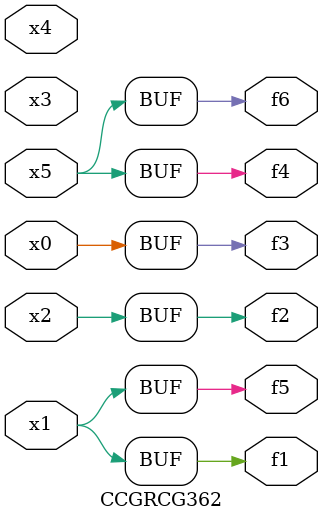
<source format=v>
module CCGRCG362(
	input x0, x1, x2, x3, x4, x5,
	output f1, f2, f3, f4, f5, f6
);
	assign f1 = x1;
	assign f2 = x2;
	assign f3 = x0;
	assign f4 = x5;
	assign f5 = x1;
	assign f6 = x5;
endmodule

</source>
